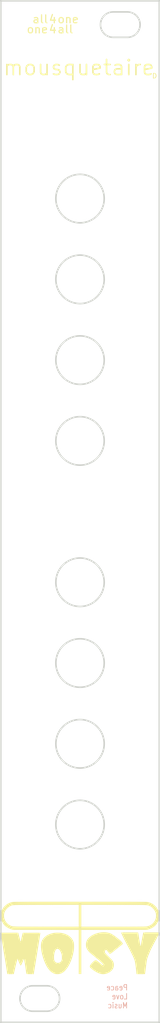
<source format=kicad_pcb>
(kicad_pcb (version 20211014) (generator pcbnew)
  (title_block (title "Mousquetaire Front Panel") (date "2023-01-08") (rev "1") (company "moPsy"))
  (layers (0 "F.Cu" signal) (31 "B.Cu" signal) (34 "B.Paste" user) (35 "F.Paste" user) (36 "B.SilkS" user "B.Silkscreen") (37 "F.SilkS" user "F.Silkscreen") (38 "B.Mask" user) (39 "F.Mask" user) (44 "Edge.Cuts" user))
  (net 0 "")
  (footprint "moPsy_KiCad:moPsy_logo_kicad_20x09_FSilk" (layer "F.Cu") (at 136.779 156.464)
    (fp_text reference "Ref**" hide)
    (fp_text value "Val**" hide)
    (fp_poly (pts (xy 3.1115 -0.713489) (xy 3.322801 -0.699127) (xy 3.508065 -0.673515) (xy 3.676312 -0.633356) (xy 3.836563 -0.575352) (xy 3.997839 -0.496205) (xy 4.169161 -0.392618) (xy 4.359549 -0.261293) (xy 4.370917 -0.25308) (xy 4.597394 -0.084934) (xy 4.799269 0.073564) (xy 4.97482 0.220768) (xy 5.122327 0.355028) (xy 5.24007 0.474698) (xy 5.326326 0.57813) (xy 5.379377 0.663677) (xy 5.3975 0.729691) (xy 5.3975 0.729822) (xy 5.387673 0.757277) (xy 5.355582 0.794947) (xy 5.297312 0.846502) (xy 5.208947 0.915613) (xy 5.161229 0.951267) (xy 5.077688 1.014512) (xy 4.969344 1.098678) (xy 4.843947 1.197622) (xy 4.709248 1.305202) (xy 4.572997 1.415276) (xy 4.482574 1.489106) (xy 4.309607 1.630199) (xy 4.166004 1.745376) (xy 4.049182 1.8365) (xy 3.956561 1.905433) (xy 3.885559 1.954039) (xy 3.833595 1.98418) (xy 3.798087 1.997719) (xy 3.778301 1.997341) (xy 3.753844 1.977206) (xy 3.709212 1.930765) (xy 3.650625 1.864806) (xy 3.584306 1.78612) (xy 3.580368 1.781327) (xy 3.48806 1.67007) (xy 3.417548 1.588745) (xy 3.364825 1.533723) (xy 3.325882 1.501376) (xy 3.296712 1.488075) (xy 3.273306 1.490192) (xy 3.264007 1.494944) (xy 3.206162 1.550167) (xy 3.159452 1.628526) (xy 3.134395 1.710831) (xy 3.132667 1.734653) (xy 3.1422 1.798504) (xy 3.172624 1.869532) (xy 3.226675 1.951439) (xy 3.307086 2.047925) (xy 3.416595 2.162688) (xy 3.532205 2.275103) (xy 3.684106 2.419845) (xy 3.808302 2.539682) (xy 3.908233 2.638381) (xy 3.987341 2.719709) (xy 4.049065 2.787434) (xy 4.096844 2.845323) (xy 4.134119 2.897144) (xy 4.164331 2.946665) (xy 4.189718 2.995206) (xy 4.251561 3.167544) (xy 4.276789 3.353354) (xy 4.265617 3.545236) (xy 4.218262 3.735792) (xy 4.164459 3.862917) (xy 4.072051 4.005561) (xy 3.944173 4.141852) (xy 3.787665 4.266802) (xy 3.609368 4.375428) (xy 3.416124 4.462742) (xy 3.280441 4.507186) (xy 3.10634 4.539923) (xy 2.914905 4.54984) (xy 2.72445 4.53695) (xy 2.57175 4.506628) (xy 2.404655 4.448679) (xy 2.218274 4.364227) (xy 2.021387 4.258458) (xy 1.822772 4.136561) (xy 1.631212 4.003724) (xy 1.455484 3.865134) (xy 1.391709 3.809354) (xy 1.311961 3.731797) (xy 1.264942 3.667386) (xy 1.248242 3.60566) (xy 1.259448 3.536156) (xy 1.296151 3.448413) (xy 1.304585 3.431266) (xy 1.349694 3.358995) (xy 1.419234 3.268987) (xy 1.504821 3.170251) (xy 1.59807 3.071794) (xy 1.690597 2.982624) (xy 1.774017 2.91175) (xy 1.815827 2.881998) (xy 1.883741 2.840244) (xy 1.939731 2.813168) (xy 1.990352 2.802632) (xy 2.042158 2.810501) (xy 2.101702 2.838638) (xy 2.175538 2.888906) (xy 2.270221 2.963169) (xy 2.360084 3.036745) (xy 2.532607 3.176537) (xy 2.675341 3.287161) (xy 2.788818 3.368992) (xy 2.873568 3.422407) (xy 2.930124 3.447781) (xy 2.945475 3.450167) (xy 2.975415 3.443341) (xy 2.980635 3.419468) (xy 2.96012 3.37345) (xy 2.916715 3.305814) (xy 2.856718 3.22695) (xy 2.776936 3.137681) (xy 2.674988 3.035834) (xy 2.548493 2.919234) (xy 2.395067 2.785708) (xy 2.212329 2.633083) (xy 1.997898 2.459184) (xy 1.926167 2.401851) (xy 1.732223 2.24642) (xy 1.568652 2.113136) (xy 1.431958 1.998746) (xy 1.318646 1.899998) (xy 1.225221 1.81364) (xy 1.148189 1.736419) (xy 1.084053 1.665082) (xy 1.029321 1.596377) (xy 0.980495 1.527051) (xy 0.971517 1.513417) (xy 0.888695 1.377674) (xy 0.831099 1.259294) (xy 0.794198 1.145527) (xy 0.77346 1.023627) (xy 0.766666 0.937148) (xy 0.766271 0.751431) (xy 0.788704 0.586981) (xy 0.837218 0.42753) (xy 0.894461 0.297781) (xy 1.001716 0.124333) (xy 1.145939 -0.038531) (xy 1.322633 -0.18876) (xy 1.527303 -0.324302) (xy 1.755452 -0.443108) (xy 2.002583 -0.543125) (xy 2.2642 -0.622304) (xy 2.535807 -0.678592) (xy 2.812908 -0.70994) (xy 3.091005 -0.714296) (xy 3.1115 -0.713489)) (layer "F.SilkS") (width 0.01) (fill solid))
    (fp_poly (pts (xy 0.724968 -4.550822) (xy 1.398249 -4.550786) (xy 2.031656 -4.550719) (xy 2.626418 -4.550617) (xy 3.183764 -4.550475) (xy 3.704925 -4.550288) (xy 4.191129 -4.550052) (xy 4.643606 -4.549761) (xy 5.063586 -4.549412) (xy 5.452298 -4.548998) (xy 5.810971 -4.548515) (xy 6.140836 -4.547959) (xy 6.44312 -4.547325) (xy 6.719055 -4.546608) (xy 6.96987 -4.545802) (xy 7.196793 -4.544904) (xy 7.401055 -4.543908) (xy 7.583884 -4.542809) (xy 7.746512 -4.541604) (xy 7.890166 -4.540286) (xy 8.016076 -4.538852) (xy 8.125472 -4.537296) (xy 8.219584 -4.535613) (xy 8.299641 -4.533799) (xy 8.366871 -4.531849) (xy 8.422506 -4.529759) (xy 8.467774 -4.527522) (xy 8.503905 -4.525135) (xy 8.532128 -4.522593) (xy 8.553673 -4.519891) (xy 8.568101 -4.517373) (xy 8.836178 -4.441458) (xy 9.085615 -4.327934) (xy 9.314307 -4.177896) (xy 9.455944 -4.056474) (xy 9.64441 -3.854743) (xy 9.792302 -3.644835) (xy 9.901104 -3.423378) (xy 9.9723 -3.187) (xy 10.007375 -2.932328) (xy 10.011834 -2.794) (xy 10.002632 -2.5833) (xy 9.972594 -2.395483) (xy 9.918072 -2.214743) (xy 9.835419 -2.025275) (xy 9.833518 -2.021417) (xy 9.698449 -1.795003) (xy 9.529402 -1.591415) (xy 9.329547 -1.413186) (xy 9.102056 -1.262844) (xy 8.850101 -1.142921) (xy 8.646584 -1.074349) (xy 8.47725 -1.026638) (xy 0.169334 -1.015178) (xy 0.169334 4.529667) (xy -0.148166 4.529667) (xy -0.148166 -1.015178) (xy -4.302125 -1.020908) (xy -8.456083 -1.026638) (xy -8.625416 -1.074349) (xy -8.872109 -1.161995) (xy -9.107646 -1.280861) (xy -9.323812 -1.425765) (xy -9.512393 -1.591525) (xy -9.601974 -1.690424) (xy -9.705138 -1.834167) (xy -9.801754 -2.004025) (xy -9.88368 -2.183811) (xy -9.942772 -2.357335) (xy -9.948543 -2.379344) (xy -9.973956 -2.520766) (xy -9.987775 -2.686754) (xy -9.987829 -2.691583) (xy -9.589963 -2.691583) (xy -9.553112 -2.469097) (xy -9.479937 -2.257607) (xy -9.372436 -2.061039) (xy -9.232611 -1.88332) (xy -9.062461 -1.728376) (xy -8.863987 -1.600136) (xy -8.721106 -1.533108) (xy -8.689441 -1.519993) (xy -8.660489 -1.507947) (xy -8.632419 -1.496925) (xy -8.603399 -1.48688) (xy -8.571599 -1.477767) (xy -8.535188 -1.469539) (xy -8.492335 -1.462149) (xy -8.441208 -1.455553) (xy -8.379977 -1.449703) (xy -8.306811 -1.444554) (xy -8.21988 -1.440059) (xy -8.117351 -1.436173) (xy -7.997394 -1.432848) (xy -7.858178 -1.43004) (xy -7.697872 -1.427702) (xy -7.514646 -1.425787) (xy -7.306668 -1.424251) (xy -7.072107 -1.423045) (xy -6.809132 -1.422125) (xy -6.515912 -1.421444) (xy -6.190617 -1.420957) (xy -5.831415 -1.420616) (xy -5.436476 -1.420376) (xy -5.003968 -1.420191) (xy -4.532061 -1.420014) (xy -4.228041 -1.419892) (xy -0.148166 -1.418167) (xy 0.169334 -1.418167) (xy 4.234226 -1.418167) (xy 4.726698 -1.418194) (xy 5.178637 -1.418284) (xy 5.591841 -1.418451) (xy 5.968111 -1.41871) (xy 6.309246 -1.419074) (xy 6.617046 -1.419559) (xy 6.89331 -1.420178) (xy 7.139838 -1.420945) (xy 7.35843 -1.421875) (xy 7.550884 -1.422982) (xy 7.719002 -1.42428) (xy 7.864582 -1.425783) (xy 7.989423 -1.427507) (xy 8.095327 -1.429464) (xy 8.184091 -1.431669) (xy 8.257517 -1.434136) (xy 8.317403 -1.43688) (xy 8.365548 -1.439915) (xy 8.403754 -1.443255) (xy 8.433818 -1.446914) (xy 8.457542 -1.450907) (xy 8.460935 -1.451591) (xy 8.704233 -1.521507) (xy 8.925761 -1.625481) (xy 9.122401 -1.761713) (xy 9.291036 -1.928406) (xy 9.294301 -1.932276) (xy 9.433647 -2.125963) (xy 9.532329 -2.328434) (xy 9.591701 -2.5433) (xy 9.613115 -2.774172) (xy 9.613199 -2.783417) (xy 9.598932 -3.003302) (xy 9.551697 -3.204024) (xy 9.46911 -3.391128) (xy 9.348784 -3.570163) (xy 9.206854 -3.728379) (xy 9.111789 -3.819742) (xy 9.030902 -3.887529) (xy 8.951701 -3.941046) (xy 8.861698 -3.989595) (xy 8.845766 -3.997376) (xy 8.80809 -4.016225) (xy 8.775105 -4.033543) (xy 8.74498 -4.049396) (xy 8.715886 -4.063852) (xy 8.685993 -4.076977) (xy 8.653471 -4.088839) (xy 8.61649 -4.099504) (xy 8.573221 -4.10904) (xy 8.521833 -4.117513) (xy 8.460497 -4.12499) (xy 8.387384 -4.131539) (xy 8.300662 -4.137225) (xy 8.198503 -4.142117) (xy 8.079077 -4.14628) (xy 7.940553 -4.149782) (xy 7.781103 -4.15269) (xy 7.598895 -4.155071) (xy 7.392102 -4.156991) (xy 7.158892 -4.158518) (xy 6.897435 -4.159719) (xy 6.605903 -4.160659) (xy 6.282465 -4.161408) (xy 5.925292 -4.16203) (xy 5.532553 -4.162594) (xy 5.102419 -4.163166) (xy 4.63306 -4.163813) (xy 4.280959 -4.164345) (xy 0.169334 -4.170864) (xy 0.169334 -1.418167) (xy -0.148166 -1.418167) (xy -0.148166 -4.170864) (xy -4.259791 -4.164345) (xy -4.757854 -4.163606) (xy -5.215412 -4.16299) (xy -5.634294 -4.162429) (xy -6.016329 -4.161856) (xy -6.363344 -4.161202) (xy -6.677168 -4.160399) (xy -6.959629 -4.159381) (xy -7.212556 -4.15808) (xy -7.437777 -4.156427) (xy -7.637121 -4.154356) (xy -7.812416 -4.151797) (xy -7.96549 -4.148684) (xy -8.098172 -4.144949) (xy -8.21229 -4.140525) (xy -8.309672 -4.135342) (xy -8.392147 -4.129335) (xy -8.461544 -4.122434) (xy -8.51969 -4.114573) (xy -8.568414 -4.105684) (xy -8.609544 -4.095698) (xy -8.64491 -4.084548) (xy -8.676338 -4.072167) (xy -8.705658 -4.058487) (xy -8.734698 -4.04344) (xy -8.765286 -4.026958) (xy -8.799251 -4.008973) (xy -8.8265 -3.995215) (xy -8.995733 -3.893211) (xy -9.155237 -3.761595) (xy -9.298183 -3.608347) (xy -9.417741 -3.441446) (xy -9.50708 -3.268872) (xy -9.546687 -3.153833) (xy -9.588488 -2.921137) (xy -9.589963 -2.691583) (xy -9.987829 -2.691583) (xy -9.989756 -2.861094) (xy -9.979657 -3.027571) (xy -9.960153 -3.156745) (xy -9.887298 -3.400781) (xy -9.777105 -3.630875) (xy -9.633279 -3.843459) (xy -9.459522 -4.034968) (xy -9.25954 -4.201835) (xy -9.037035 -4.340494) (xy -8.795712 -4.44738) (xy -8.546934 -4.517373) (xy -8.530254 -4.520221) (xy -8.50798 -4.522904) (xy -8.478881 -4.525427) (xy -8.441729 -4.527796) (xy -8.395293 -4.530015) (xy -8.338344 -4.532088) (xy -8.269653 -4.534022) (xy -8.18799 -4.53582) (xy -8.092125 -4.537487) (xy -7.98083 -4.539028) (xy -7.852875 -4.540449) (xy -7.70703 -4.541753) (xy -7.542066 -4.542945) (xy -7.356752 -4.544031) (xy -7.149861 -4.545015) (xy -6.920162 -4.545902) (xy -6.666426 -4.546697) (xy -6.387423 -4.547405) (xy -6.081924 -4.54803) (xy -5.7487 -4.548577) (xy -5.38652 -4.549051) (xy -4.994155 -4.549456) (xy -4.570377 -4.549799) (xy -4.113955 -4.550083) (xy -3.62366 -4.550313) (xy -3.098262 -4.550494) (xy -2.536532 -4.550631) (xy -1.937241 -4.550728) (xy -1.299158 -4.550792) (xy -0.621055 -4.550825) (xy 0.010584 -4.550833) (xy 0.724968 -4.550822)) (layer "F.SilkS") (width 0.01) (fill solid))
    (fp_poly (pts (xy -2.65037 -0.656821) (xy -2.475449 -0.646011) (xy -2.325596 -0.627783) (xy -2.313967 -0.625809) (xy -2.019058 -0.557144) (xy -1.749274 -0.459275) (xy -1.506498 -0.333671) (xy -1.292614 -0.1818) (xy -1.109507 -0.005132) (xy -0.95906 0.194865) (xy -0.843157 0.416723) (xy -0.790243 0.562102) (xy -0.769934 0.658438) (xy -0.756446 0.78753) (xy -0.749695 0.94037) (xy -0.749596 1.107947) (xy -0.756062 1.281253) (xy -0.76901 1.451276) (xy -0.788354 1.609009) (xy -0.80083 1.68275) (xy -0.888328 2.091032) (xy -0.990716 2.465509) (xy -1.110051 2.812718) (xy -1.248391 3.139195) (xy -1.280543 3.20675) (xy -1.43842 3.504849) (xy -1.605478 3.768227) (xy -1.780508 3.995616) (xy -1.962305 4.18575) (xy -2.14966 4.337361) (xy -2.341365 4.449182) (xy -2.530524 4.518482) (xy -2.641725 4.537946) (xy -2.776448 4.547411) (xy -2.918161 4.546889) (xy -3.050333 4.536388) (xy -3.148527 4.518128) (xy -3.339435 4.446122) (xy -3.528559 4.334676) (xy -3.712395 4.186646) (xy -3.887439 4.004891) (xy -4.050186 3.792267) (xy -4.06427 3.771475) (xy -4.206364 3.537242) (xy -4.342133 3.270589) (xy -4.469164 2.979265) (xy -4.585045 2.671018) (xy -4.653103 2.459885) (xy -3.280748 2.459885) (xy -3.27511 2.619467) (xy -3.25652 2.747986) (xy -3.222661 2.855358) (xy -3.171219 2.951493) (xy -3.163055 2.963777) (xy -3.078259 3.052783) (xy -2.968783 3.112369) (xy -2.841861 3.140933) (xy -2.704725 3.136872) (xy -2.564609 3.098583) (xy -2.561166 3.097188) (xy -2.456196 3.033996) (xy -2.372016 2.93724) (xy -2.324578 2.84972) (xy -2.304623 2.801596) (xy -2.290943 2.754672) (xy -2.282421 2.699573) (xy -2.277943 2.626928) (xy -2.276396 2.527363) (xy -2.27643 2.44475) (xy -2.277676 2.320233) (xy -2.281407 2.22646) (xy -2.289091 2.151851) (xy -2.302194 2.084828) (xy -2.322184 2.013814) (xy -2.336763 1.9685) (xy -2.41052 1.773506) (xy -2.490661 1.617801) (xy -2.578709 1.498617) (xy -2.615805 1.461173) (xy -2.715169 1.387474) (xy -2.809213 1.35557) (xy -2.899681 1.365518) (xy -2.988315 1.417372) (xy -3.046964 1.47493) (xy -3.116044 1.578471) (xy -3.174851 1.717683) (xy -3.22203 1.886856) (xy -3.256226 2.080277) (xy -3.276082 2.292236) (xy -3.280748 2.459885) (xy -4.653103 2.459885) (xy -4.687366 2.353597) (xy -4.773713 2.03475) (xy -4.841676 1.722225) (xy -4.888842 1.423771) (xy -4.912799 1.147136) (xy -4.915365 1.037167) (xy -4.909153 0.835939) (xy -4.888249 0.663731) (xy -4.850162 0.509023) (xy -4.792403 0.3603) (xy -4.750777 0.275791) (xy -4.625629 0.082146) (xy -4.464253 -0.094173) (xy -4.269912 -0.251091) (xy -4.04587 -0.38653) (xy -3.79539 -0.498414) (xy -3.521735 -0.584666) (xy -3.33375 -0.62586) (xy -3.192049 -0.644732) (xy -3.022019 -0.656182) (xy -2.83701 -0.660211) (xy -2.65037 -0.656821)) (layer "F.SilkS") (width 0.01) (fill solid))
    (fp_poly (pts (xy 9.315038 -0.697712) (xy 9.478989 -0.696993) (xy 9.628256 -0.695825) (xy 9.757655 -0.694201) (xy 9.862003 -0.69211) (xy 9.936116 -0.689544) (xy 9.974812 -0.686494) (xy 9.978352 -0.685652) (xy 10.003895 -0.656906) (xy 10.011834 -0.61948) (xy 10.011359 -0.606426) (xy 10.008912 -0.591578) (xy 10.002959 -0.571945) (xy 9.991962 -0.544537) (xy 9.974389 -0.506364) (xy 9.948704 -0.454437) (xy 9.913371 -0.385764) (xy 9.866856 -0.297355) (xy 9.807624 -0.186221) (xy 9.73414 -0.049371) (xy 9.644869 0.116184) (xy 9.538276 0.313436) (xy 9.433043 0.508) (xy 9.293289 0.768435) (xy 9.172147 0.999145) (xy 9.066463 1.206714) (xy 8.973086 1.397728) (xy 8.888865 1.578772) (xy 8.810646 1.756432) (xy 8.735279 1.937292) (xy 8.668125 2.106083) (xy 8.617012 2.2372) (xy 8.574233 2.348972) (xy 8.538522 2.447042) (xy 8.508617 2.53705) (xy 8.483254 2.624639) (xy 8.461167 2.715452) (xy 8.441094 2.815129) (xy 8.42177 2.929313) (xy 8.401931 3.063646) (xy 8.380314 3.22377) (xy 8.355653 3.415327) (xy 8.330721 3.612087) (xy 8.306398 3.802174) (xy 8.283202 3.979507) (xy 8.261756 4.139619) (xy 8.242681 4.278042) (xy 8.226599 4.390311) (xy 8.214129 4.471957) (xy 8.205894 4.518513) (xy 8.203395 4.527545) (xy 8.179308 4.535898) (xy 8.117784 4.542351) (xy 8.017642 4.546955) (xy 7.877703 4.549761) (xy 7.696786 4.550821) (xy 7.672071 4.550833) (xy 7.15514 4.550833) (xy 7.14489 4.503208) (xy 7.139711 4.468248) (xy 7.131203 4.398314) (xy 7.120171 4.30056) (xy 7.107417 4.182145) (xy 7.093744 4.050223) (xy 7.09085 4.021667) (xy 7.043447 3.606205) (xy 6.989056 3.230592) (xy 6.935215 2.931583) (xy 6.904624 2.817486) (xy 6.85159 2.668794) (xy 6.776584 2.486507) (xy 6.680083 2.271623) (xy 6.562558 2.025143) (xy 6.424485 1.748064) (xy 6.266335 1.441387) (xy 6.088584 1.10611) (xy 5.9367 0.8255) (xy 5.836351 0.639554) (xy 5.736979 0.451568) (xy 5.640731 0.265908) (xy 5.549755 0.08694) (xy 5.466199 -0.080968) (xy 5.392211 -0.23345) (xy 5.329938 -0.366139) (xy 5.281529 -0.474668) (xy 5.249131 -0.554671) (xy 5.234988 -0.601165) (xy 5.230546 -0.652054) (xy 5.243841 -0.676618) (xy 5.273194 -0.687438) (xy 5.304038 -0.689783) (xy 5.372823 -0.691736) (xy 5.475155 -0.69327) (xy 5.606643 -0.694359) (xy 5.762894 -0.694977) (xy 5.939517 -0.695096) (xy 6.13212 -0.694692) (xy 6.327906 -0.693786) (xy 7.332395 -0.687917) (xy 7.357709 -0.600475) (xy 7.367659 -0.555651) (xy 7.382291 -0.47571) (xy 7.400488 -0.367468) (xy 7.421128 -0.237743) (xy 7.443093 -0.09335) (xy 7.460261 0.023941) (xy 7.491687 0.23516) (xy 7.522604 0.429222) (xy 7.552353 0.602851) (xy 7.580272 0.752772) (xy 7.6057 0.875709) (xy 7.627977 0.968385) (xy 7.646442 1.027524) (xy 7.660433 1.04985) (xy 7.666196 1.044745) (xy 7.67337 1.015822) (xy 7.687066 0.949905) (xy 7.706389 0.85168) (xy 7.730447 0.725833) (xy 7.758348 0.577048) (xy 7.789199 0.410012) (xy 7.822108 0.229409) (xy 7.832949 0.169402) (xy 7.86644 -0.013471) (xy 7.898553 -0.183301) (xy 7.928358 -0.335568) (xy 7.954925 -0.465754) (xy 7.977324 -0.569338) (xy 7.994625 -0.641803) (xy 8.005898 -0.678628) (xy 8.008202 -0.682233) (xy 8.033917 -0.6855) (xy 8.09678 -0.68841) (xy 8.191609 -0.690953) (xy 8.313219 -0.693119) (xy 8.456429 -0.6949) (xy 8.616053 -0.696287) (xy 8.786909 -0.69727) (xy 8.963815 -0.697842) (xy 9.141585 -0.697992) (xy 9.315038 -0.697712)) (layer "F.SilkS") (width 0.01) (fill solid))
    (fp_poly (pts (xy -7.776642 -0.597958) (xy -7.767352 -0.559956) (xy -7.749398 -0.48827) (xy -7.72463 -0.390222) (xy -7.694898 -0.273133) (xy -7.662054 -0.144328) (xy -7.657625 -0.127) (xy -7.623775 0.0055) (xy -7.592065 0.129787) (xy -7.56454 0.237832) (xy -7.543247 0.321606) (xy -7.53023 0.37308) (xy -7.529571 0.375708) (xy -7.512883 0.430171) (xy -7.497203 0.462143) (xy -7.492223 0.465667) (xy -7.477067 0.444943) (xy -7.45564 0.383517) (xy -7.428237 0.282509) (xy -7.395155 0.143037) (xy -7.356692 -0.03378) (xy -7.345698 -0.086448) (xy -7.319699 -0.207885) (xy -7.29291 -0.326016) (xy -7.26808 -0.429163) (xy -7.247955 -0.505647) (xy -7.243638 -0.520364) (xy -7.205518 -0.645583) (xy -6.110418 -0.651066) (xy -5.863439 -0.65217) (xy -5.655524 -0.652755) (xy -5.483404 -0.652744) (xy -5.343813 -0.652065) (xy -5.233482 -0.650642) (xy -5.149145 -0.6484) (xy -5.087533 -0.645267) (xy -5.045379 -0.641167) (xy -5.019416 -0.636025) (xy -5.006375 -0.629768) (xy -5.003537 -0.625849) (xy -5.005867 -0.602802) (xy -5.014577 -0.541083) (xy -5.029166 -0.443792) (xy -5.049131 -0.314027) (xy -5.073969 -0.154888) (xy -5.103179 0.030527) (xy -5.136257 0.23912) (xy -5.172702 0.46779) (xy -5.212011 0.71344) (xy -5.253682 0.972971) (xy -5.297212 1.243283) (xy -5.342099 1.521278) (xy -5.387841 1.803857) (xy -5.433935 2.087922) (xy -5.479879 2.370373) (xy -5.525171 2.648112) (xy -5.569307 2.918039) (xy -5.611787 3.177056) (xy -5.652107 3.422065) (xy -5.689765 3.649966) (xy -5.724259 3.85766) (xy -5.755086 4.042049) (xy -5.781744 4.200034) (xy -5.803731 4.328516) (xy -5.820544 4.424396) (xy -5.831681 4.484575) (xy -5.833388 4.493049) (xy -5.84555 4.551681) (xy -6.282983 4.545966) (xy -6.720416 4.54025) (xy -6.757021 4.429932) (xy -6.771864 4.371607) (xy -6.789477 4.280942) (xy -6.808206 4.1677) (xy -6.826401 4.041641) (xy -6.837613 3.953682) (xy -6.855263 3.818653) (xy -6.878892 3.655014) (xy -6.906493 3.475729) (xy -6.93606 3.293762) (xy -6.965586 3.122075) (xy -6.970943 3.09215) (xy -7.060285 2.596551) (xy -7.242 3.018067) (xy -7.304285 3.161066) (xy -7.353153 3.269292) (xy -7.390995 3.347244) (xy -7.420197 3.399419) (xy -7.443149 3.430317) (xy -7.46224 3.444438) (xy -7.469427 3.446411) (xy -7.483823 3.448614) (xy -7.496194 3.447558) (xy -7.508741 3.438975) (xy -7.523668 3.418597) (xy -7.543175 3.382158) (xy -7.569466 3.325388) (xy -7.604743 3.244022) (xy -7.651208 3.133792) (xy -7.711063 2.99043) (xy -7.7377 2.926563) (xy -7.781781 2.82286) (xy -7.820886 2.734538) (xy -7.851924 2.668299) (xy -7.871801 2.630842) (xy -7.876881 2.624938) (xy -7.888681 2.64476) (xy -7.908594 2.701757) (xy -7.935558 2.791776) (xy -7.968512 2.910661) (xy -8.006396 3.054262) (xy -8.04815 3.218423) (xy -8.092711 3.398992) (xy -8.139021 3.591816) (xy -8.186018 3.79274) (xy -8.232641 3.997613) (xy -8.266833 4.151853) (xy -8.292371 4.266929) (xy -8.315658 4.369024) (xy -8.334843 4.450238) (xy -8.348077 4.50267) (xy -8.352371 4.516978) (xy -8.361809 4.529078) (xy -8.383262 4.537957) (xy -8.422399 4.544091) (xy -8.484895 4.547957) (xy -8.57642 4.550031) (xy -8.702646 4.55079) (xy -8.755205 4.550833) (xy -8.892425 4.550684) (xy -8.993266 4.549773) (xy -9.063682 4.547403) (xy -9.109626 4.542879) (xy -9.137052 4.535505) (xy -9.151915 4.524583) (xy -9.160169 4.509419) (xy -9.162514 4.503208) (xy -9.17253 4.4637) (xy -9.1864 4.392786) (xy -9.202188 4.300996) (xy -9.216007 4.212167) (xy -9.244517 4.023149) (xy -9.280026 3.793978) (xy -9.322284 3.526206) (xy -9.371038 3.221386) (xy -9.426038 2.881073) (xy -9.487032 2.506819) (xy -9.553767 2.100178) (xy -9.625994 1.662703) (xy -9.703461 1.195949) (xy -9.727166 1.053562) (xy -9.769478 0.798751) (xy -9.809688 0.554983) (xy -9.847254 0.325643) (xy -9.881634 0.114117) (xy -9.912286 -0.076209) (xy -9.938668 -0.241949) (xy -9.960237 -0.379717) (xy -9.976452 -0.486127) (xy -9.986771 -0.557793) (xy -9.99065 -0.59133) (xy -9.990666 -0.592146) (xy -9.990666 -0.656167) (xy -7.79014 -0.656167) (xy -7.776642 -0.597958)) (layer "F.SilkS") (width 0.01) (fill solid))
  )
  (gr_circle (center 136.79 132.04) (end 139.84 132.04) (layer "Edge.Cuts") (width 0.2) (fill none))
  (gr_line (start 126.79 167.08) (end 146.79 167.08) (layer "Edge.Cuts") (width 0.2))
  (gr_line (start 126.79 38.58) (end 126.79 167.08) (layer "Edge.Cuts") (width 0.2))
  (gr_line (start 146.79 38.58) (end 126.79 38.58) (layer "Edge.Cuts") (width 0.2))
  (gr_circle (center 136.79 93.94) (end 139.84 93.94) (layer "Edge.Cuts") (width 0.2) (fill none))
  (gr_arc (start 130.81 165.68) (mid 129.21 164.08) (end 130.81 162.48) (layer "Edge.Cuts") (width 0.2))
  (gr_circle (center 136.79 63.46) (end 139.84 63.46) (layer "Edge.Cuts") (width 0.2) (fill none))
  (gr_arc (start 140.97 43.18) (mid 139.37 41.58) (end 140.97 39.98) (layer "Edge.Cuts") (width 0.2))
  (gr_line (start 140.97 39.98) (end 142.77 39.98) (layer "Edge.Cuts") (width 0.2))
  (gr_line (start 130.81 165.68) (end 132.61 165.68) (layer "Edge.Cuts") (width 0.2))
  (gr_arc (start 132.61 162.48) (mid 134.21 164.08) (end 132.61 165.68) (layer "Edge.Cuts") (width 0.2))
  (gr_arc (start 142.77 39.98) (mid 144.37 41.58) (end 142.77 43.18) (layer "Edge.Cuts") (width 0.2))
  (gr_line (start 140.97 43.18) (end 142.77 43.18) (layer "Edge.Cuts") (width 0.2))
  (gr_line (start 130.81 162.48) (end 132.61 162.48) (layer "Edge.Cuts") (width 0.2))
  (gr_circle (center 136.79 142.2) (end 139.84 142.2) (layer "Edge.Cuts") (width 0.2) (fill none))
  (gr_circle (center 136.79 111.72) (end 139.84 111.72) (layer "Edge.Cuts") (width 0.2) (fill none))
  (gr_circle (center 136.79 73.62) (end 139.84 73.62) (layer "Edge.Cuts") (width 0.2) (fill none))
  (gr_circle (center 136.79 121.88) (end 139.84 121.88) (layer "Edge.Cuts") (width 0.2) (fill none))
  (gr_line (start 146.79 167.08) (end 146.79 38.58) (layer "Edge.Cuts") (width 0.2))
  (gr_circle (center 136.79 83.78) (end 139.84 83.78) (layer "Edge.Cuts") (width 0.2) (fill none))
  (gr_text "Peace\nLove\nMusic" (at 142.875 163.83) (layer "B.SilkS") (effects (font (size 0.7 0.6) (thickness 0.1)) (justify left mirror)))
  (gr_text "4" (at 133.35 42.164) (layer "F.SilkS") (effects (font (size 1 1))))
  (gr_text "one" (at 132.842 42.164) (layer "F.SilkS") (effects (font (size 1 1)) (justify right)))
  (gr_text "all" (at 132.842 40.894) (layer "F.SilkS") (effects (font (size 1 1)) (justify right)))
  (gr_text "4" (at 133.35 40.894) (layer "F.SilkS") (effects (font (size 1 1))))
  (gr_text "mousquetaire" (at 136.652 46.99) (layer "F.SilkS") (effects (font (size 1.9 1.9) (thickness 0.2))))
  (gr_text "one" (at 133.858 40.894) (layer "F.SilkS") (effects (font (size 1 1)) (justify left)))
  (gr_text "all" (at 133.858 42.164) (layer "F.SilkS") (effects (font (size 1 1)) (justify left)))
  (gr_text "D" (at 146.2024 48.0314) (layer "F.SilkS") (effects (font (size 0.6 0.6) (thickness 0.1))))
)
</source>
